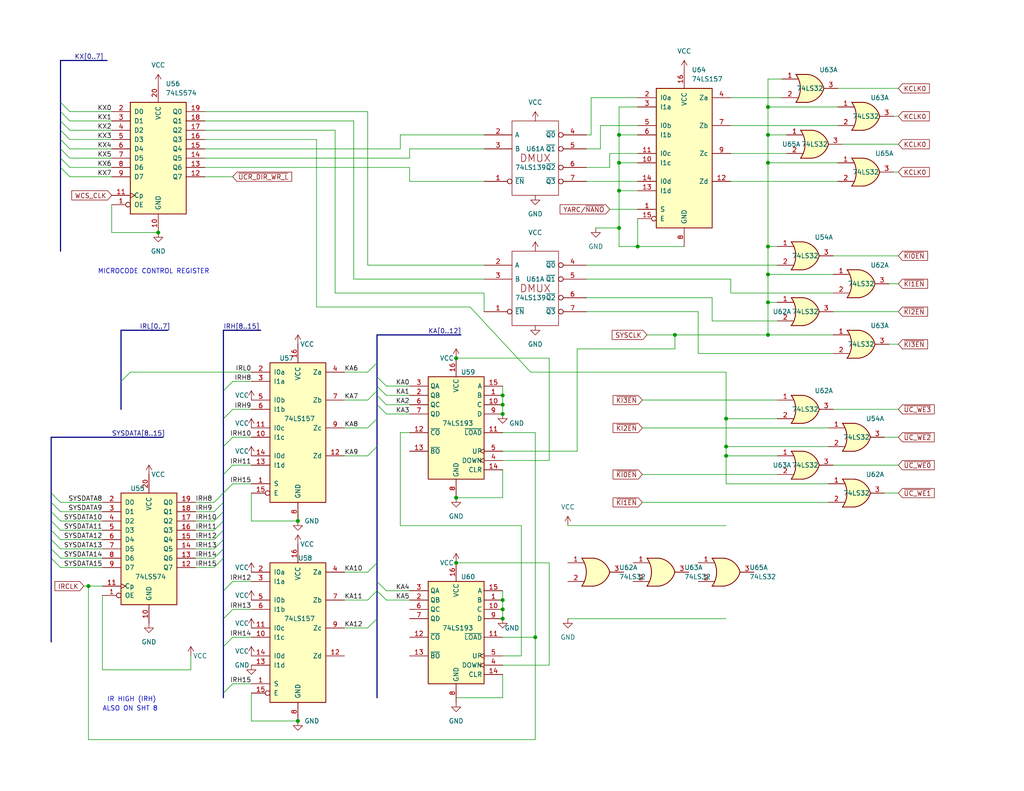
<source format=kicad_sch>
(kicad_sch (version 20211123) (generator eeschema)
  (paper "USLetter")
  (title_block (title "Microcode Control") (date "2022-07-05"))
  (lib_symbols
    (symbol "74xx:74LS157" (pin_names (offset 1.016))
      (property "Reference" "U" (at -7.62 19.05 0))
      (property "Value" "74LS157" (at -7.62 -21.59 0))
      (symbol "74LS157_1_0"
        (pin input line (at -12.7 -15.24 0) (length 5.08) (name "S") (number "1"))
        (pin input line (at -12.7 -2.54 0) (length 5.08) (name "I1c") (number "10"))
        (pin input line (at -12.7 0 0) (length 5.08) (name "I0c") (number "11"))
        (pin output line (at 12.7 -7.62 180) (length 5.08) (name "Zd") (number "12"))
        (pin input line (at -12.7 -10.16 0) (length 5.08) (name "I1d") (number "13"))
        (pin input line (at -12.7 -7.62 0) (length 5.08) (name "I0d") (number "14"))
        (pin input inverted (at -12.7 -17.78 0) (length 5.08) (name "E") (number "15"))
        (pin power_in line (at 0 22.86 270) (length 5.08) (name "VCC") (number "16"))
        (pin input line (at -12.7 15.24 0) (length 5.08) (name "I0a") (number "2"))
        (pin input line (at -12.7 12.7 0) (length 5.08) (name "I1a") (number "3"))
        (pin output line (at 12.7 15.24 180) (length 5.08) (name "Za") (number "4"))
        (pin input line (at -12.7 7.62 0) (length 5.08) (name "I0b") (number "5"))
        (pin input line (at -12.7 5.08 0) (length 5.08) (name "I1b") (number "6"))
        (pin output line (at 12.7 7.62 180) (length 5.08) (name "Zb") (number "7"))
        (pin power_in line (at 0 -25.4 90) (length 5.08) (name "GND") (number "8"))
        (pin output line (at 12.7 0 180) (length 5.08) (name "Zc") (number "9"))
      )
      (symbol "74LS157_1_1"
        (rectangle (start -7.62 17.78) (end 7.62 -20.32) (stroke (width 0.254)) (fill (type background)))
      )
    )
    (symbol "74xx:74LS193"
      (property "Reference" "U" (at -7.62 13.97 0))
      (property "Value" "74LS193" (at 5.08 13.97 0))
      (symbol "74LS193_1_0"
        (pin input line (at -12.7 7.62 0) (length 5.08) (name "B") (number "1"))
        (pin input line (at -12.7 5.08 0) (length 5.08) (name "C") (number "10"))
        (pin input line (at -12.7 -2.54 0) (length 5.08) (name "~{LOAD}") (number "11"))
        (pin output line (at 12.7 -2.54 180) (length 5.08) (name "~{CO}") (number "12"))
        (pin output line (at 12.7 -7.62 180) (length 5.08) (name "~{BO}") (number "13"))
        (pin input line (at -12.7 -12.7 0) (length 5.08) (name "CLR") (number "14"))
        (pin input line (at -12.7 10.16 0) (length 5.08) (name "A") (number "15"))
        (pin power_in line (at 0 17.78 270) (length 5.08) (name "VCC") (number "16"))
        (pin output line (at 12.7 7.62 180) (length 5.08) (name "QB") (number "2"))
        (pin output line (at 12.7 10.16 180) (length 5.08) (name "QA") (number "3"))
        (pin input clock (at -12.7 -10.16 0) (length 5.08) (name "DOWN") (number "4"))
        (pin input clock (at -12.7 -7.62 0) (length 5.08) (name "UP") (number "5"))
        (pin output line (at 12.7 5.08 180) (length 5.08) (name "QC") (number "6"))
        (pin output line (at 12.7 2.54 180) (length 5.08) (name "QD") (number "7"))
        (pin power_in line (at 0 -20.32 90) (length 5.08) (name "GND") (number "8"))
        (pin input line (at -12.7 2.54 0) (length 5.08) (name "D") (number "9"))
      )
      (symbol "74LS193_1_1"
        (rectangle (start -7.62 12.7) (end 7.62 -15.24) (stroke (width 0.254)) (fill (type background)))
      )
    )
    (symbol "74xx:74LS32" (pin_names (offset 1.016))
      (property "Reference" "U" (at 0 1.27 0))
      (property "Value" "74LS32" (at 0 -1.27 0))
      (symbol "74LS32_1_1"
        (arc (start -3.81 -3.81) (mid -2.589 0) (end -3.81 3.81) (stroke (width 0.254)))
        (arc (start -0.6096 -3.81) (mid 2.1855 -2.584) (end 3.81 0) (stroke (width 0.254)) (fill (type background)))
        (polyline (pts (xy -3.81 -3.81) (xy -0.635 -3.81)) (stroke (width 0.254)) (fill (type background)))
        (polyline (pts (xy -3.81 3.81) (xy -0.635 3.81)) (stroke (width 0.254)) (fill (type background)))
        (polyline (pts (xy -0.635 3.81) (xy -3.81 3.81) (xy -3.81 3.81) (xy -3.556 3.4036) (xy -3.0226 2.2606) (xy -2.6924 1.0414) (xy -2.6162 -0.254) (xy -2.7686 -1.4986) (xy -3.175 -2.7178) (xy -3.81 -3.81) (xy -3.81 -3.81) (xy -0.635 -3.81)) (stroke (width -25.4)) (fill (type background)))
        (arc (start 3.81 0) (mid 2.1928 2.5925) (end -0.6096 3.81) (stroke (width 0.254)) (fill (type background)))
        (pin input line (at -7.62 2.54 0) (length 4.318) (name "~") (number "1"))
        (pin input line (at -7.62 -2.54 0) (length 4.318) (name "~") (number "2"))
        (pin output line (at 7.62 0 180) (length 3.81) (name "~") (number "3"))
      )
      (symbol "74LS32_1_2"
        (arc (start 0 -3.81) (mid 3.81 0) (end 0 3.81) (stroke (width 0.254)) (fill (type background)))
        (polyline (pts (xy 0 3.81) (xy -3.81 3.81) (xy -3.81 -3.81) (xy 0 -3.81)) (stroke (width 0.254)) (fill (type background)))
        (pin input inverted (at -7.62 2.54 0) (length 3.81) (name "~") (number "1"))
        (pin input inverted (at -7.62 -2.54 0) (length 3.81) (name "~") (number "2"))
        (pin output inverted (at 7.62 0 180) (length 3.81) (name "~") (number "3"))
      )
      (symbol "74LS32_2_1"
        (arc (start -3.81 -3.81) (mid -2.589 0) (end -3.81 3.81) (stroke (width 0.254)))
        (arc (start -0.6096 -3.81) (mid 2.1855 -2.584) (end 3.81 0) (stroke (width 0.254)) (fill (type background)))
        (polyline (pts (xy -3.81 -3.81) (xy -0.635 -3.81)) (stroke (width 0.254)) (fill (type background)))
        (polyline (pts (xy -3.81 3.81) (xy -0.635 3.81)) (stroke (width 0.254)) (fill (type background)))
        (polyline (pts (xy -0.635 3.81) (xy -3.81 3.81) (xy -3.81 3.81) (xy -3.556 3.4036) (xy -3.0226 2.2606) (xy -2.6924 1.0414) (xy -2.6162 -0.254) (xy -2.7686 -1.4986) (xy -3.175 -2.7178) (xy -3.81 -3.81) (xy -3.81 -3.81) (xy -0.635 -3.81)) (stroke (width -25.4)) (fill (type background)))
        (arc (start 3.81 0) (mid 2.1928 2.5925) (end -0.6096 3.81) (stroke (width 0.254)) (fill (type background)))
        (pin input line (at -7.62 2.54 0) (length 4.318) (name "~") (number "4"))
        (pin input line (at -7.62 -2.54 0) (length 4.318) (name "~") (number "5"))
        (pin output line (at 7.62 0 180) (length 3.81) (name "~") (number "6"))
      )
      (symbol "74LS32_2_2"
        (arc (start 0 -3.81) (mid 3.81 0) (end 0 3.81) (stroke (width 0.254)) (fill (type background)))
        (polyline (pts (xy 0 3.81) (xy -3.81 3.81) (xy -3.81 -3.81) (xy 0 -3.81)) (stroke (width 0.254)) (fill (type background)))
        (pin input inverted (at -7.62 2.54 0) (length 3.81) (name "~") (number "4"))
        (pin input inverted (at -7.62 -2.54 0) (length 3.81) (name "~") (number "5"))
        (pin output inverted (at 7.62 0 180) (length 3.81) (name "~") (number "6"))
      )
      (symbol "74LS32_3_1"
        (arc (start -3.81 -3.81) (mid -2.589 0) (end -3.81 3.81) (stroke (width 0.254)))
        (arc (start -0.6096 -3.81) (mid 2.1855 -2.584) (end 3.81 0) (stroke (width 0.254)) (fill (type background)))
        (polyline (pts (xy -3.81 -3.81) (xy -0.635 -3.81)) (stroke (width 0.254)) (fill (type background)))
        (polyline (pts (xy -3.81 3.81) (xy -0.635 3.81)) (stroke (width 0.254)) (fill (type background)))
        (polyline (pts (xy -0.635 3.81) (xy -3.81 3.81) (xy -3.81 3.81) (xy -3.556 3.4036) (xy -3.0226 2.2606) (xy -2.6924 1.0414) (xy -2.6162 -0.254) (xy -2.7686 -1.4986) (xy -3.175 -2.7178) (xy -3.81 -3.81) (xy -3.81 -3.81) (xy -0.635 -3.81)) (stroke (width -25.4)) (fill (type background)))
        (arc (start 3.81 0) (mid 2.1928 2.5925) (end -0.6096 3.81) (stroke (width 0.254)) (fill (type background)))
        (pin input line (at -7.62 -2.54 0) (length 4.318) (name "~") (number "10"))
        (pin output line (at 7.62 0 180) (length 3.81) (name "~") (number "8"))
        (pin input line (at -7.62 2.54 0) (length 4.318) (name "~") (number "9"))
      )
      (symbol "74LS32_3_2"
        (arc (start 0 -3.81) (mid 3.81 0) (end 0 3.81) (stroke (width 0.254)) (fill (type background)))
        (polyline (pts (xy 0 3.81) (xy -3.81 3.81) (xy -3.81 -3.81) (xy 0 -3.81)) (stroke (width 0.254)) (fill (type background)))
        (pin input inverted (at -7.62 -2.54 0) (length 3.81) (name "~") (number "10"))
        (pin output inverted (at 7.62 0 180) (length 3.81) (name "~") (number "8"))
        (pin input inverted (at -7.62 2.54 0) (length 3.81) (name "~") (number "9"))
      )
      (symbol "74LS32_4_1"
        (arc (start -3.81 -3.81) (mid -2.589 0) (end -3.81 3.81) (stroke (width 0.254)))
        (arc (start -0.6096 -3.81) (mid 2.1855 -2.584) (end 3.81 0) (stroke (width 0.254)) (fill (type background)))
        (polyline (pts (xy -3.81 -3.81) (xy -0.635 -3.81)) (stroke (width 0.254)) (fill (type background)))
        (polyline (pts (xy -3.81 3.81) (xy -0.635 3.81)) (stroke (width 0.254)) (fill (type background)))
        (polyline (pts (xy -0.635 3.81) (xy -3.81 3.81) (xy -3.81 3.81) (xy -3.556 3.4036) (xy -3.0226 2.2606) (xy -2.6924 1.0414) (xy -2.6162 -0.254) (xy -2.7686 -1.4986) (xy -3.175 -2.7178) (xy -3.81 -3.81) (xy -3.81 -3.81) (xy -0.635 -3.81)) (stroke (width -25.4)) (fill (type background)))
        (arc (start 3.81 0) (mid 2.1928 2.5925) (end -0.6096 3.81) (stroke (width 0.254)) (fill (type background)))
        (pin output line (at 7.62 0 180) (length 3.81) (name "~") (number "11"))
        (pin input line (at -7.62 2.54 0) (length 4.318) (name "~") (number "12"))
        (pin input line (at -7.62 -2.54 0) (length 4.318) (name "~") (number "13"))
      )
      (symbol "74LS32_4_2"
        (arc (start 0 -3.81) (mid 3.81 0) (end 0 3.81) (stroke (width 0.254)) (fill (type background)))
        (polyline (pts (xy 0 3.81) (xy -3.81 3.81) (xy -3.81 -3.81) (xy 0 -3.81)) (stroke (width 0.254)) (fill (type background)))
        (pin output inverted (at 7.62 0 180) (length 3.81) (name "~") (number "11"))
        (pin input inverted (at -7.62 2.54 0) (length 3.81) (name "~") (number "12"))
        (pin input inverted (at -7.62 -2.54 0) (length 3.81) (name "~") (number "13"))
      )
      (symbol "74LS32_5_0"
        (pin power_in line (at 0 12.7 270) (length 5.08) (name "VCC") (number "14"))
        (pin power_in line (at 0 -12.7 90) (length 5.08) (name "GND") (number "7"))
      )
      (symbol "74LS32_5_1"
        (rectangle (start -5.08 7.62) (end 5.08 -7.62) (stroke (width 0.254)) (fill (type background)))
      )
    )
    (symbol "74xx:74LS574" (pin_names (offset 1.016))
      (property "Reference" "U" (at -7.62 16.51 0))
      (property "Value" "74LS574" (at -7.62 -16.51 0))
      (symbol "74LS574_1_0"
        (pin input inverted (at -12.7 -12.7 0) (length 5.08) (name "OE") (number "1"))
        (pin power_in line (at 0 -20.32 90) (length 5.08) (name "GND") (number "10"))
        (pin input clock (at -12.7 -10.16 0) (length 5.08) (name "Cp") (number "11"))
        (pin tri_state line (at 12.7 -5.08 180) (length 5.08) (name "Q7") (number "12"))
        (pin tri_state line (at 12.7 -2.54 180) (length 5.08) (name "Q6") (number "13"))
        (pin tri_state line (at 12.7 0 180) (length 5.08) (name "Q5") (number "14"))
        (pin tri_state line (at 12.7 2.54 180) (length 5.08) (name "Q4") (number "15"))
        (pin tri_state line (at 12.7 5.08 180) (length 5.08) (name "Q3") (number "16"))
        (pin tri_state line (at 12.7 7.62 180) (length 5.08) (name "Q2") (number "17"))
        (pin tri_state line (at 12.7 10.16 180) (length 5.08) (name "Q1") (number "18"))
        (pin tri_state line (at 12.7 12.7 180) (length 5.08) (name "Q0") (number "19"))
        (pin input line (at -12.7 12.7 0) (length 5.08) (name "D0") (number "2"))
        (pin power_in line (at 0 20.32 270) (length 5.08) (name "VCC") (number "20"))
        (pin input line (at -12.7 10.16 0) (length 5.08) (name "D1") (number "3"))
        (pin input line (at -12.7 7.62 0) (length 5.08) (name "D2") (number "4"))
        (pin input line (at -12.7 5.08 0) (length 5.08) (name "D3") (number "5"))
        (pin input line (at -12.7 2.54 0) (length 5.08) (name "D4") (number "6"))
        (pin input line (at -12.7 0 0) (length 5.08) (name "D5") (number "7"))
        (pin input line (at -12.7 -2.54 0) (length 5.08) (name "D6") (number "8"))
        (pin input line (at -12.7 -5.08 0) (length 5.08) (name "D7") (number "9"))
      )
      (symbol "74LS574_1_1"
        (rectangle (start -7.62 15.24) (end 7.62 -15.24) (stroke (width 0.254)) (fill (type background)))
      )
    )
    (symbol "74xx_IEEE:74LS139" (pin_names (offset 0.762))
      (property "Reference" "U" (at 6.35 11.43 0))
      (property "Value" "74LS139" (at 7.62 -11.43 0))
      (symbol "74LS139_0_0"
        (rectangle (start -6.35 10.16) (end 6.35 -10.16))
        (text "DMUX" (at 0 0 0) (effects (font (size 2.032 2.032))))
        (pin power_in line (at 0 10.16 270) (length 0) hide (name "VCC") (number "16"))
        (pin power_in line (at 0 -10.16 90) (length 0) hide (name "GND") (number "8"))
      )
      (symbol "74LS139_1_1"
        (pin input inverted (at -13.97 -6.35 0) (length 7.62) (name "~{EN}") (number "1"))
        (pin input line (at -13.97 6.35 0) (length 7.62) (name "A") (number "2"))
        (pin input line (at -13.97 2.54 0) (length 7.62) (name "B") (number "3"))
        (pin output inverted (at 13.97 6.35 180) (length 7.62) (name "~{Q0}") (number "4"))
        (pin output inverted (at 13.97 2.54 180) (length 7.62) (name "~{Q1}") (number "5"))
        (pin output inverted (at 13.97 -2.54 180) (length 7.62) (name "~{Q2}") (number "6"))
        (pin output inverted (at 13.97 -6.35 180) (length 7.62) (name "~{Q3}") (number "7"))
      )
      (symbol "74LS139_2_1"
        (pin output inverted (at 13.97 -2.54 180) (length 7.62) (name "~{Q2}") (number "10"))
        (pin output inverted (at 13.97 2.54 180) (length 7.62) (name "~{Q1}") (number "11"))
        (pin output inverted (at 13.97 6.35 180) (length 7.62) (name "~{Q0}") (number "12"))
        (pin input line (at -13.97 2.54 0) (length 7.62) (name "B") (number "13"))
        (pin input line (at -13.97 6.35 0) (length 7.62) (name "A") (number "14"))
        (pin input inverted (at -13.97 -6.35 0) (length 7.62) (name "~{EN}") (number "15"))
        (pin output inverted (at 13.97 -6.35 180) (length 7.62) (name "~{Q3}") (number "9"))
      )
    )
    (symbol "power:GND" (power) (pin_names (offset 0))
      (property "Value" "GND" (at 0 -3.81 0))
      (symbol "GND_0_1"
        (polyline (pts (xy 0 0) (xy 0 -1.27) (xy 1.27 -1.27) (xy 0 -2.54) (xy -1.27 -1.27) (xy 0 -1.27)))
      )
      (symbol "GND_1_1"
        (pin power_in line (at 0 0 270) (length 0) hide (name "GND") (number "1"))
      )
    )
    (symbol "power:VCC" (power) (pin_names (offset 0))
      (property "Value" "VCC" (at 0 3.81 0))
      (symbol "VCC_0_1"
        (polyline (pts (xy -0.762 1.27) (xy 0 2.54)))
        (polyline (pts (xy 0 0) (xy 0 2.54)))
        (polyline (pts (xy 0 2.54) (xy 0.762 1.27)))
      )
      (symbol "VCC_1_1"
        (pin power_in line (at 0 0 90) (length 0) hide (name "VCC") (number "1"))
      )
    )
  )
  (junction (at 209.55 44.45))
  (junction (at 198.12 114.3))
  (junction (at 137.16 163.83))
  (junction (at 168.91 44.45))
  (junction (at 198.12 121.92))
  (junction (at 168.91 62.23))
  (junction (at 137.16 107.95))
  (junction (at 124.46 153.67))
  (junction (at 43.18 63.5))
  (junction (at 173.99 67.31))
  (junction (at 184.15 91.44))
  (junction (at 137.16 110.49))
  (junction (at 209.55 91.44))
  (junction (at 146.05 173.99))
  (junction (at 124.46 97.79))
  (junction (at 168.91 52.07))
  (junction (at 209.55 74.93))
  (junction (at 137.16 168.91))
  (junction (at 24.13 160.02))
  (junction (at 137.16 113.03))
  (junction (at 209.55 82.55))
  (junction (at 198.12 124.46))
  (junction (at 137.16 166.37))
  (junction (at 209.55 36.83))
  (junction (at 124.46 135.89))
  (junction (at 81.28 196.85))
  (junction (at 209.55 67.31))
  (junction (at 209.55 29.21))
  (junction (at 81.28 142.24))
  (junction (at 168.91 36.83))
  (bus_entry (at 102.87 161.29) (size -2.54 2.54))
  (bus_entry (at 13.97 144.78) (size 2.54 2.54))
  (bus_entry (at 102.87 99.06) (size -2.54 2.54))
  (bus_entry (at 102.87 161.29) (size 2.54 2.54))
  (bus_entry (at 33.02 104.14) (size 2.54 -2.54))
  (bus_entry (at 16.51 27.94) (size 2.54 2.54))
  (bus_entry (at 13.97 139.7) (size 2.54 2.54))
  (bus_entry (at 13.97 142.24) (size 2.54 2.54))
  (bus_entry (at 60.96 129.54) (size 2.54 -2.54))
  (bus_entry (at 102.87 110.49) (size 2.54 2.54))
  (bus_entry (at 102.87 105.41) (size 2.54 2.54))
  (bus_entry (at 60.96 149.86) (size -2.54 2.54))
  (bus_entry (at 60.96 137.16) (size -2.54 2.54))
  (bus_entry (at 102.87 168.91) (size -2.54 2.54))
  (bus_entry (at 60.96 114.3) (size 2.54 -2.54))
  (bus_entry (at 13.97 134.62) (size 2.54 2.54))
  (bus_entry (at 60.96 106.68) (size 2.54 -2.54))
  (bus_entry (at 60.96 139.7) (size -2.54 2.54))
  (bus_entry (at 60.96 121.92) (size 2.54 -2.54))
  (bus_entry (at 13.97 152.4) (size 2.54 2.54))
  (bus_entry (at 102.87 158.75) (size 2.54 2.54))
  (bus_entry (at 102.87 153.67) (size -2.54 2.54))
  (bus_entry (at 102.87 107.95) (size 2.54 2.54))
  (bus_entry (at 13.97 147.32) (size 2.54 2.54))
  (bus_entry (at 102.87 114.3) (size -2.54 2.54))
  (bus_entry (at 60.96 189.23) (size 2.54 -2.54))
  (bus_entry (at 13.97 137.16) (size 2.54 2.54))
  (bus_entry (at 13.97 149.86) (size 2.54 2.54))
  (bus_entry (at 60.96 161.29) (size 2.54 -2.54))
  (bus_entry (at 102.87 102.87) (size 2.54 2.54))
  (bus_entry (at 60.96 134.62) (size 2.54 -2.54))
  (bus_entry (at 16.51 33.02) (size 2.54 2.54))
  (bus_entry (at 16.51 45.72) (size 2.54 2.54))
  (bus_entry (at 60.96 176.53) (size 2.54 -2.54))
  (bus_entry (at 16.51 43.18) (size 2.54 2.54))
  (bus_entry (at 60.96 168.91) (size 2.54 -2.54))
  (bus_entry (at 16.51 35.56) (size 2.54 2.54))
  (bus_entry (at 16.51 38.1) (size 2.54 2.54))
  (bus_entry (at 60.96 142.24) (size -2.54 2.54))
  (bus_entry (at 60.96 152.4) (size -2.54 2.54))
  (bus_entry (at 16.51 40.64) (size 2.54 2.54))
  (bus_entry (at 60.96 134.62) (size -2.54 2.54))
  (bus_entry (at 60.96 147.32) (size -2.54 2.54))
  (bus_entry (at 102.87 106.68) (size -2.54 2.54))
  (bus_entry (at 16.51 30.48) (size 2.54 2.54))
  (bus_entry (at 102.87 121.92) (size -2.54 2.54))
  (bus_entry (at 60.96 144.78) (size -2.54 2.54))
  (wire (pts (xy 52.07 179.07) (xy 52.07 182.88)))
  (bus (pts (xy 13.97 144.78) (xy 13.97 142.24)))
  (wire (pts (xy 16.51 139.7) (xy 27.94 139.7)))
  (wire (pts (xy 27.94 182.88) (xy 52.07 182.88)))
  (wire (pts (xy 100.33 124.46) (xy 93.98 124.46)))
  (wire (pts (xy 168.91 36.83) (xy 173.99 36.83)))
  (bus (pts (xy 13.97 149.86) (xy 13.97 147.32)))
  (wire (pts (xy 146.05 201.93) (xy 24.13 201.93)))
  (wire (pts (xy 58.42 142.24) (xy 53.34 142.24)))
  (wire (pts (xy 160.02 49.53) (xy 173.99 49.53)))
  (wire (pts (xy 166.37 41.91) (xy 173.99 41.91)))
  (wire (pts (xy 209.55 91.44) (xy 209.55 82.55)))
  (wire (pts (xy 63.5 173.99) (xy 68.58 173.99)))
  (wire (pts (xy 168.91 67.31) (xy 168.91 62.23)))
  (wire (pts (xy 198.12 101.6) (xy 198.12 114.3)))
  (wire (pts (xy 227.33 80.01) (xy 199.39 80.01)))
  (wire (pts (xy 55.88 33.02) (xy 96.52 33.02)))
  (wire (pts (xy 137.16 107.95) (xy 137.16 110.49)))
  (wire (pts (xy 146.05 173.99) (xy 137.16 173.99)))
  (wire (pts (xy 157.48 95.25) (xy 184.15 95.25)))
  (wire (pts (xy 63.5 158.75) (xy 68.58 158.75)))
  (wire (pts (xy 55.88 38.1) (xy 86.36 38.1)))
  (wire (pts (xy 209.55 44.45) (xy 209.55 36.83)))
  (wire (pts (xy 19.05 30.48) (xy 30.48 30.48)))
  (wire (pts (xy 241.3 134.62) (xy 245.11 134.62)))
  (wire (pts (xy 168.91 52.07) (xy 168.91 62.23)))
  (bus (pts (xy 60.96 152.4) (xy 60.96 161.29)))
  (wire (pts (xy 24.13 160.02) (xy 27.94 160.02)))
  (wire (pts (xy 22.86 160.02) (xy 24.13 160.02)))
  (bus (pts (xy 60.96 176.53) (xy 60.96 189.23)))
  (bus (pts (xy 102.87 168.91) (xy 102.87 190.5)))
  (bus (pts (xy 45.72 90.17) (xy 33.02 90.17)))
  (wire (pts (xy 173.99 29.21) (xy 168.91 29.21)))
  (wire (pts (xy 100.33 109.22) (xy 93.98 109.22)))
  (wire (pts (xy 160.02 76.2) (xy 199.39 76.2)))
  (bus (pts (xy 13.97 175.26) (xy 13.97 152.4)))
  (wire (pts (xy 213.36 21.59) (xy 209.55 21.59)))
  (bus (pts (xy 16.51 38.1) (xy 16.51 40.64)))
  (wire (pts (xy 227.33 74.93) (xy 209.55 74.93)))
  (wire (pts (xy 63.5 119.38) (xy 68.58 119.38)))
  (wire (pts (xy 100.33 116.84) (xy 93.98 116.84)))
  (wire (pts (xy 111.76 45.72) (xy 111.76 49.53)))
  (wire (pts (xy 149.86 153.67) (xy 124.46 153.67)))
  (wire (pts (xy 63.5 186.69) (xy 68.58 186.69)))
  (wire (pts (xy 228.6 44.45) (xy 209.55 44.45)))
  (wire (pts (xy 55.88 40.64) (xy 109.22 40.64)))
  (wire (pts (xy 105.41 105.41) (xy 111.76 105.41)))
  (bus (pts (xy 60.96 144.78) (xy 60.96 147.32)))
  (wire (pts (xy 137.16 166.37) (xy 137.16 163.83)))
  (wire (pts (xy 63.5 127) (xy 68.58 127)))
  (wire (pts (xy 63.5 166.37) (xy 68.58 166.37)))
  (wire (pts (xy 16.51 147.32) (xy 27.94 147.32)))
  (wire (pts (xy 111.76 40.64) (xy 132.08 40.64)))
  (bus (pts (xy 60.96 142.24) (xy 60.96 144.78)))
  (wire (pts (xy 137.16 105.41) (xy 137.16 107.95)))
  (wire (pts (xy 111.76 49.53) (xy 132.08 49.53)))
  (wire (pts (xy 63.5 104.14) (xy 68.58 104.14)))
  (wire (pts (xy 160.02 72.39) (xy 212.09 72.39)))
  (wire (pts (xy 160.02 45.72) (xy 166.37 45.72)))
  (wire (pts (xy 226.06 132.08) (xy 198.12 132.08)))
  (wire (pts (xy 168.91 29.21) (xy 168.91 36.83)))
  (wire (pts (xy 199.39 41.91) (xy 214.63 41.91)))
  (wire (pts (xy 19.05 38.1) (xy 30.48 38.1)))
  (wire (pts (xy 55.88 48.26) (xy 63.5 48.26)))
  (wire (pts (xy 137.16 125.73) (xy 149.86 125.73)))
  (wire (pts (xy 209.55 74.93) (xy 209.55 67.31)))
  (bus (pts (xy 13.97 152.4) (xy 13.97 149.86)))
  (bus (pts (xy 125.73 91.44) (xy 102.87 91.44)))
  (bus (pts (xy 33.02 104.14) (xy 33.02 111.76)))
  (wire (pts (xy 124.46 135.89) (xy 137.16 135.89)))
  (wire (pts (xy 19.05 33.02) (xy 30.48 33.02)))
  (wire (pts (xy 137.16 184.15) (xy 137.16 190.5)))
  (wire (pts (xy 132.08 85.09) (xy 132.08 80.01)))
  (wire (pts (xy 227.33 111.76) (xy 245.11 111.76)))
  (wire (pts (xy 58.42 147.32) (xy 53.34 147.32)))
  (wire (pts (xy 242.57 93.98) (xy 245.11 93.98)))
  (wire (pts (xy 149.86 125.73) (xy 149.86 97.79)))
  (wire (pts (xy 58.42 149.86) (xy 53.34 149.86)))
  (wire (pts (xy 137.16 168.91) (xy 137.16 166.37)))
  (wire (pts (xy 175.26 137.16) (xy 226.06 137.16)))
  (bus (pts (xy 60.96 161.29) (xy 60.96 168.91)))
  (wire (pts (xy 163.83 40.64) (xy 163.83 34.29)))
  (wire (pts (xy 19.05 48.26) (xy 30.48 48.26)))
  (wire (pts (xy 161.29 36.83) (xy 161.29 26.67)))
  (bus (pts (xy 60.96 139.7) (xy 60.96 142.24)))
  (wire (pts (xy 105.41 161.29) (xy 111.76 161.29)))
  (wire (pts (xy 175.26 109.22) (xy 212.09 109.22)))
  (bus (pts (xy 13.97 142.24) (xy 13.97 139.7)))
  (wire (pts (xy 24.13 201.93) (xy 24.13 160.02)))
  (wire (pts (xy 68.58 142.24) (xy 81.28 142.24)))
  (wire (pts (xy 209.55 82.55) (xy 209.55 74.93)))
  (wire (pts (xy 186.69 67.31) (xy 173.99 67.31)))
  (wire (pts (xy 109.22 118.11) (xy 109.22 143.51)))
  (wire (pts (xy 173.99 44.45) (xy 168.91 44.45)))
  (wire (pts (xy 86.36 38.1) (xy 86.36 83.82)))
  (wire (pts (xy 212.09 82.55) (xy 209.55 82.55)))
  (bus (pts (xy 102.87 91.44) (xy 102.87 99.06)))
  (wire (pts (xy 58.42 152.4) (xy 53.34 152.4)))
  (wire (pts (xy 86.36 83.82) (xy 128.27 83.82)))
  (wire (pts (xy 175.26 116.84) (xy 226.06 116.84)))
  (bus (pts (xy 102.87 161.29) (xy 102.87 168.91)))
  (wire (pts (xy 35.56 101.6) (xy 68.58 101.6)))
  (wire (pts (xy 137.16 123.19) (xy 157.48 123.19)))
  (wire (pts (xy 58.42 137.16) (xy 53.34 137.16)))
  (wire (pts (xy 96.52 76.2) (xy 132.08 76.2)))
  (wire (pts (xy 16.51 154.94) (xy 27.94 154.94)))
  (bus (pts (xy 60.96 121.92) (xy 60.96 129.54)))
  (wire (pts (xy 16.51 142.24) (xy 27.94 142.24)))
  (wire (pts (xy 105.41 107.95) (xy 111.76 107.95)))
  (wire (pts (xy 198.12 114.3) (xy 212.09 114.3)))
  (wire (pts (xy 154.94 143.51) (xy 198.12 143.51)))
  (bus (pts (xy 60.96 134.62) (xy 60.96 137.16)))
  (wire (pts (xy 228.6 24.13) (xy 245.11 24.13)))
  (bus (pts (xy 13.97 147.32) (xy 13.97 144.78)))
  (wire (pts (xy 111.76 43.18) (xy 111.76 40.64)))
  (wire (pts (xy 55.88 43.18) (xy 111.76 43.18)))
  (wire (pts (xy 198.12 121.92) (xy 198.12 114.3)))
  (wire (pts (xy 109.22 36.83) (xy 132.08 36.83)))
  (wire (pts (xy 242.57 77.47) (xy 245.11 77.47)))
  (wire (pts (xy 100.33 72.39) (xy 132.08 72.39)))
  (wire (pts (xy 160.02 40.64) (xy 163.83 40.64)))
  (wire (pts (xy 105.41 110.49) (xy 111.76 110.49)))
  (wire (pts (xy 142.24 179.07) (xy 137.16 179.07)))
  (wire (pts (xy 109.22 40.64) (xy 109.22 36.83)))
  (wire (pts (xy 105.41 163.83) (xy 111.76 163.83)))
  (wire (pts (xy 19.05 43.18) (xy 30.48 43.18)))
  (wire (pts (xy 144.78 101.6) (xy 198.12 101.6)))
  (bus (pts (xy 13.97 139.7) (xy 13.97 137.16)))
  (wire (pts (xy 142.24 143.51) (xy 142.24 179.07)))
  (wire (pts (xy 245.11 69.85) (xy 227.33 69.85)))
  (bus (pts (xy 102.87 107.95) (xy 102.87 110.49)))
  (wire (pts (xy 175.26 129.54) (xy 212.09 129.54)))
  (wire (pts (xy 199.39 49.53) (xy 228.6 49.53)))
  (bus (pts (xy 102.87 106.68) (xy 102.87 107.95)))
  (wire (pts (xy 137.16 161.29) (xy 137.16 163.83)))
  (wire (pts (xy 243.84 46.99) (xy 245.11 46.99)))
  (bus (pts (xy 60.96 147.32) (xy 60.96 149.86)))
  (wire (pts (xy 166.37 57.15) (xy 173.99 57.15)))
  (bus (pts (xy 29.21 16.51) (xy 16.51 16.51)))
  (bus (pts (xy 13.97 137.16) (xy 13.97 134.62)))
  (wire (pts (xy 100.33 163.83) (xy 93.98 163.83)))
  (wire (pts (xy 58.42 154.94) (xy 53.34 154.94)))
  (wire (pts (xy 137.16 110.49) (xy 137.16 113.03)))
  (wire (pts (xy 27.94 162.56) (xy 27.94 182.88)))
  (wire (pts (xy 137.16 181.61) (xy 149.86 181.61)))
  (wire (pts (xy 19.05 35.56) (xy 30.48 35.56)))
  (wire (pts (xy 184.15 91.44) (xy 209.55 91.44)))
  (bus (pts (xy 60.96 189.23) (xy 60.96 190.5)))
  (bus (pts (xy 102.87 153.67) (xy 102.87 158.75)))
  (wire (pts (xy 199.39 76.2) (xy 199.39 80.01)))
  (wire (pts (xy 209.55 44.45) (xy 209.55 67.31)))
  (wire (pts (xy 81.28 139.7) (xy 81.28 142.24)))
  (wire (pts (xy 229.87 39.37) (xy 245.11 39.37)))
  (wire (pts (xy 173.99 67.31) (xy 168.91 67.31)))
  (wire (pts (xy 157.48 123.19) (xy 157.48 95.25)))
  (wire (pts (xy 160.02 36.83) (xy 161.29 36.83)))
  (bus (pts (xy 16.51 33.02) (xy 16.51 35.56)))
  (wire (pts (xy 16.51 144.78) (xy 27.94 144.78)))
  (bus (pts (xy 60.96 149.86) (xy 60.96 152.4)))
  (wire (pts (xy 55.88 45.72) (xy 111.76 45.72)))
  (wire (pts (xy 68.58 189.23) (xy 68.58 196.85)))
  (wire (pts (xy 241.3 119.38) (xy 245.11 119.38)))
  (wire (pts (xy 30.48 63.5) (xy 43.18 63.5)))
  (wire (pts (xy 91.44 80.01) (xy 132.08 80.01)))
  (wire (pts (xy 168.91 44.45) (xy 168.91 36.83)))
  (bus (pts (xy 102.87 102.87) (xy 102.87 105.41)))
  (wire (pts (xy 227.33 127) (xy 245.11 127)))
  (wire (pts (xy 124.46 190.5) (xy 137.16 190.5)))
  (wire (pts (xy 111.76 118.11) (xy 109.22 118.11)))
  (bus (pts (xy 16.51 35.56) (xy 16.51 38.1)))
  (wire (pts (xy 214.63 36.83) (xy 209.55 36.83)))
  (wire (pts (xy 146.05 173.99) (xy 146.05 201.93)))
  (wire (pts (xy 16.51 137.16) (xy 27.94 137.16)))
  (wire (pts (xy 100.33 171.45) (xy 93.98 171.45)))
  (wire (pts (xy 163.83 34.29) (xy 173.99 34.29)))
  (bus (pts (xy 16.51 45.72) (xy 16.51 68.58)))
  (bus (pts (xy 16.51 43.18) (xy 16.51 45.72)))
  (wire (pts (xy 100.33 101.6) (xy 93.98 101.6)))
  (wire (pts (xy 166.37 45.72) (xy 166.37 41.91)))
  (bus (pts (xy 60.96 129.54) (xy 60.96 134.62)))
  (wire (pts (xy 58.42 139.7) (xy 53.34 139.7)))
  (wire (pts (xy 176.53 91.44) (xy 184.15 91.44)))
  (bus (pts (xy 16.51 16.51) (xy 16.51 27.94)))
  (wire (pts (xy 154.94 168.91) (xy 198.12 168.91)))
  (wire (pts (xy 16.51 149.86) (xy 27.94 149.86)))
  (wire (pts (xy 91.44 35.56) (xy 91.44 80.01)))
  (wire (pts (xy 184.15 95.25) (xy 184.15 91.44)))
  (bus (pts (xy 102.87 110.49) (xy 102.87 114.3)))
  (bus (pts (xy 102.87 99.06) (xy 102.87 102.87)))
  (wire (pts (xy 173.99 52.07) (xy 168.91 52.07)))
  (wire (pts (xy 161.29 26.67) (xy 173.99 26.67)))
  (bus (pts (xy 60.96 168.91) (xy 60.96 176.53)))
  (wire (pts (xy 128.27 83.82) (xy 144.78 101.6)))
  (wire (pts (xy 209.55 21.59) (xy 209.55 29.21)))
  (bus (pts (xy 60.96 137.16) (xy 60.96 139.7)))
  (wire (pts (xy 209.55 29.21) (xy 228.6 29.21)))
  (wire (pts (xy 19.05 40.64) (xy 30.48 40.64)))
  (bus (pts (xy 102.87 121.92) (xy 102.87 153.67)))
  (bus (pts (xy 60.96 90.17) (xy 60.96 106.68)))
  (bus (pts (xy 16.51 40.64) (xy 16.51 43.18)))
  (wire (pts (xy 160.02 85.09) (xy 190.5 85.09)))
  (wire (pts (xy 194.31 87.63) (xy 212.09 87.63)))
  (bus (pts (xy 60.96 106.68) (xy 60.96 114.3)))
  (wire (pts (xy 16.51 152.4) (xy 27.94 152.4)))
  (wire (pts (xy 146.05 118.11) (xy 146.05 173.99)))
  (wire (pts (xy 212.09 67.31) (xy 209.55 67.31)))
  (wire (pts (xy 55.88 30.48) (xy 100.33 30.48)))
  (wire (pts (xy 194.31 81.28) (xy 194.31 87.63)))
  (wire (pts (xy 243.84 31.75) (xy 245.11 31.75)))
  (wire (pts (xy 19.05 45.72) (xy 30.48 45.72)))
  (bus (pts (xy 102.87 158.75) (xy 102.87 161.29)))
  (bus (pts (xy 60.96 114.3) (xy 60.96 121.92)))
  (wire (pts (xy 68.58 134.62) (xy 68.58 142.24)))
  (wire (pts (xy 100.33 156.21) (xy 93.98 156.21)))
  (wire (pts (xy 137.16 135.89) (xy 137.16 128.27)))
  (wire (pts (xy 58.42 144.78) (xy 53.34 144.78)))
  (wire (pts (xy 137.16 118.11) (xy 146.05 118.11)))
  (wire (pts (xy 149.86 97.79) (xy 124.46 97.79)))
  (wire (pts (xy 199.39 34.29) (xy 228.6 34.29)))
  (wire (pts (xy 63.5 111.76) (xy 68.58 111.76)))
  (wire (pts (xy 96.52 33.02) (xy 96.52 76.2)))
  (wire (pts (xy 173.99 59.69) (xy 173.99 67.31)))
  (wire (pts (xy 30.48 55.88) (xy 30.48 63.5)))
  (wire (pts (xy 68.58 196.85) (xy 81.28 196.85)))
  (wire (pts (xy 162.56 62.23) (xy 168.91 62.23)))
  (bus (pts (xy 16.51 30.48) (xy 16.51 33.02)))
  (wire (pts (xy 100.33 30.48) (xy 100.33 72.39)))
  (wire (pts (xy 105.41 113.03) (xy 111.76 113.03)))
  (wire (pts (xy 160.02 81.28) (xy 194.31 81.28)))
  (wire (pts (xy 168.91 52.07) (xy 168.91 44.45)))
  (bus (pts (xy 60.96 90.17) (xy 71.12 90.17)))
  (wire (pts (xy 63.5 132.08) (xy 68.58 132.08)))
  (bus (pts (xy 33.02 90.17) (xy 33.02 104.14)))
  (wire (pts (xy 198.12 132.08) (xy 198.12 124.46)))
  (wire (pts (xy 190.5 96.52) (xy 227.33 96.52)))
  (bus (pts (xy 13.97 134.62) (xy 13.97 119.38)))
  (wire (pts (xy 212.09 124.46) (xy 198.12 124.46)))
  (bus (pts (xy 102.87 105.41) (xy 102.87 106.68)))
  (wire (pts (xy 227.33 85.09) (xy 245.11 85.09)))
  (bus (pts (xy 16.51 27.94) (xy 16.51 30.48)))
  (wire (pts (xy 199.39 26.67) (xy 213.36 26.67)))
  (wire (pts (xy 149.86 181.61) (xy 149.86 153.67)))
  (wire (pts (xy 198.12 124.46) (xy 198.12 121.92)))
  (bus (pts (xy 13.97 119.38) (xy 44.45 119.38)))
  (wire (pts (xy 55.88 35.56) (xy 91.44 35.56)))
  (wire (pts (xy 109.22 143.51) (xy 142.24 143.51)))
  (wire (pts (xy 226.06 121.92) (xy 198.12 121.92)))
  (wire (pts (xy 209.55 36.83) (xy 209.55 29.21)))
  (wire (pts (xy 227.33 91.44) (xy 209.55 91.44)))
  (bus (pts (xy 102.87 114.3) (xy 102.87 121.92)))
  (wire (pts (xy 190.5 85.09) (xy 190.5 96.52)))
  (text "IR HIGH (IRH)" (at 29.21 191.77 0) (effects (font (size 1.27 1.27)) (justify left bottom)))
  (text "ALSO ON SHT 8" (at 27.94 194.31 0) (effects (font (size 1.27 1.27)) (justify left bottom)))
  (text "MICROCODE CONTROL REGISTER\n" (at 26.67 74.93 0) (effects (font (size 1.27 1.27)) (justify left bottom)))
  (label "IRH13" (at 53.34 149.86 0))
  (label "KX1" (at 30.48 33.02 180))
  (label "KX2" (at 30.48 35.56 180))
  (label "KA5" (at 111.76 163.83 180))
  (label "KX5" (at 30.48 43.18 180))
  (label "KA[0..12]" (at 116.84 91.44 0))
  (label "KX6" (at 30.48 45.72 180))
  (label "IRH[8..15]" (at 60.96 90.17 0))
  (label "KA4" (at 111.76 161.29 180))
  (label "SYSDATA8" (at 27.94 137.16 180))
  (label "KX7" (at 30.48 48.26 180))
  (label "IRH14" (at 68.58 173.99 180))
  (label "KA1" (at 111.76 107.95 180))
  (label "KX4" (at 30.48 40.64 180))
  (label "IRH8" (at 53.34 137.16 0))
  (label "KA7" (at 93.98 109.22 0))
  (label "KA2" (at 111.76 110.49 180))
  (label "IRH15" (at 68.58 132.08 180))
  (label "KX0" (at 30.48 30.48 180))
  (label "KA3" (at 111.76 113.03 180))
  (label "SYSDATA11" (at 27.94 144.78 180))
  (label "SYSDATA13" (at 27.94 149.86 180))
  (label "KX[0..7]" (at 20.32 16.51 0))
  (label "KA11" (at 93.98 163.83 0))
  (label "IRH11" (at 68.58 127 180))
  (label "SYSDATA14" (at 27.94 152.4 180))
  (label "IRH15" (at 53.34 154.94 0))
  (label "KA10" (at 93.98 156.21 0))
  (label "IRH12" (at 68.58 158.75 180))
  (label "IRH13" (at 68.58 166.37 180))
  (label "IRH9" (at 53.34 139.7 0))
  (label "IRL[0..7]" (at 38.1 90.17 0))
  (label "IRH14" (at 53.34 152.4 0))
  (label "KA6" (at 93.98 101.6 0))
  (label "IRH10" (at 68.58 119.38 180))
  (label "SYSDATA9" (at 27.94 139.7 180))
  (label "IRH10" (at 53.34 142.24 0))
  (label "IRH12" (at 53.34 147.32 0))
  (label "KA9" (at 93.98 124.46 0))
  (label "IRH15" (at 68.58 186.69 180))
  (label "SYSDATA10" (at 27.94 142.24 180))
  (label "SYSDATA15" (at 27.94 154.94 180))
  (label "KA8" (at 93.98 116.84 0))
  (label "IRH11" (at 53.34 144.78 0))
  (label "IRH8" (at 68.58 104.14 180))
  (label "IRL0" (at 68.58 101.6 180))
  (label "SYSDATA12" (at 27.94 147.32 180))
  (label "IRH9" (at 68.58 111.76 180))
  (label "KA0" (at 111.76 105.41 180))
  (label "SYSDATA[8..15]" (at 30.48 119.38 0))
  (label "KA12" (at 93.98 171.45 0))
  (label "KX3" (at 30.48 38.1 180))
  (global_label "~{KI3EN}" (shape input) (at 175.26 109.22 180) (property "Intersheet References" "${INTERSHEET_REFS}" (effects hide)))
  (global_label "~{KI3EN}" (shape input) (at 245.11 93.98 0) (property "Intersheet References" "${INTERSHEET_REFS}" (effects hide)))
  (global_label "WCS_CLK" (shape input) (at 30.48 53.34 180) (property "Intersheet References" "${INTERSHEET_REFS}" (effects hide)))
  (global_label "~{KI1EN}" (shape input) (at 245.11 77.47 0) (property "Intersheet References" "${INTERSHEET_REFS}" (effects hide)))
  (global_label "KCLK0" (shape input) (at 245.11 39.37 0) (property "Intersheet References" "${INTERSHEET_REFS}" (effects hide)))
  (global_label "~{KI0EN}" (shape input) (at 245.11 69.85 0) (property "Intersheet References" "${INTERSHEET_REFS}" (effects hide)))
  (global_label "~{UC_WE2}" (shape input) (at 245.11 119.38 0) (property "Intersheet References" "${INTERSHEET_REFS}" (effects hide)))
  (global_label "~{KI2EN}" (shape input) (at 245.11 85.09 0) (property "Intersheet References" "${INTERSHEET_REFS}" (effects hide)))
  (global_label "~{UC_WE1}" (shape input) (at 245.11 134.62 0) (property "Intersheet References" "${INTERSHEET_REFS}" (effects hide)))
  (global_label "~{KI2EN}" (shape input) (at 175.26 116.84 180) (property "Intersheet References" "${INTERSHEET_REFS}" (effects hide)))
  (global_label "~{KI0EN}" (shape input) (at 175.26 129.54 180) (property "Intersheet References" "${INTERSHEET_REFS}" (effects hide)))
  (global_label "KCLK0" (shape input) (at 245.11 24.13 0) (property "Intersheet References" "${INTERSHEET_REFS}" (effects hide)))
  (global_label "KCLK0" (shape input) (at 245.11 31.75 0) (property "Intersheet References" "${INTERSHEET_REFS}" (effects hide)))
  (global_label "~{UC_WE3}" (shape input) (at 245.11 111.76 0) (property "Intersheet References" "${INTERSHEET_REFS}" (effects hide)))
  (global_label "IRCLK" (shape input) (at 22.86 160.02 180) (property "Intersheet References" "${INTERSHEET_REFS}" (effects hide)))
  (global_label "~{UCR_DIR_WR_L}" (shape input) (at 63.5 48.26 0) (property "Intersheet References" "${INTERSHEET_REFS}" (effects hide)))
  (global_label "~{UC_WE0}" (shape input) (at 245.11 127 0) (property "Intersheet References" "${INTERSHEET_REFS}" (effects hide)))
  (global_label "YARC{slash}~{NANO}" (shape input) (at 166.37 57.15 180) (property "Intersheet References" "${INTERSHEET_REFS}" (effects hide)))
  (global_label "SYSCLK" (shape input) (at 176.53 91.44 180) (property "Intersheet References" "${INTERSHEET_REFS}" (effects hide)))
  (global_label "KCLK0" (shape input) (at 245.11 46.99 0) (property "Intersheet References" "${INTERSHEET_REFS}" (effects hide)))
  (global_label "~{KI1EN}" (shape input) (at 175.26 137.16 180) (property "Intersheet References" "${INTERSHEET_REFS}" (effects hide)))
  (symbol (lib_id "74xx:74LS32") (at 222.25 39.37 0)
    (property "Reference" "U65" (at 215.9 39.37 0))
    (property "Value" "74LS32" (at 222.25 39.37 0))
    (property "Datasheet" "http://www.ti.com/lit/gpn/sn74LS32" (effects hide))
  )
  (symbol (lib_id "74xx:74LS157") (at 81.28 116.84 0)
    (property "Reference" "U57" (at 76.2 97.79 0) (effects (justify left)))
    (property "Value" "74LS157" (at 77.47 114.3 0) (effects (justify left)))
    (property "Datasheet" "http://www.ti.com/lit/gpn/sn74LS157" (effects hide))
  )
  (symbol (lib_id "power:VCC") (at 146.05 68.58 0)
    (property "Reference" "#PWR0120" (effects hide))
    (property "Value" "VCC" (at 146.05 63.5 0))
  )
  (symbol (lib_id "74xx:74LS32") (at 234.95 93.98 0)
    (property "Reference" "U63" (at 240.03 88.9 0))
    (property "Value" "74LS32" (at 234.95 93.98 0))
    (property "Datasheet" "http://www.ti.com/lit/gpn/sn74LS32" (effects hide))
  )
  (symbol (lib_id "power:VCC") (at 154.94 143.51 0)
    (property "Reference" "#PWR0122" (effects hide))
    (property "Value" "VCC" (at 154.94 138.43 0))
  )
  (symbol (lib_id "power:VCC") (at 81.28 93.98 0)
    (property "Reference" "#PWR089" (effects hide))
    (property "Value" "VCC" (at 83.82 93.98 0))
  )
  (symbol (lib_id "74xx:74LS32") (at 236.22 46.99 0)
    (property "Reference" "U65" (at 241.3 41.91 0))
    (property "Value" "74LS32" (at 236.22 46.99 0))
    (property "Datasheet" "http://www.ti.com/lit/gpn/sn74LS32" (effects hide))
  )
  (symbol (lib_id "power:GND") (at 137.16 113.03 0)
    (property "Reference" "#PWR097" (effects hide))
    (property "Value" "GND" (at 140.97 115.57 0))
  )
  (symbol (lib_id "power:GND") (at 146.05 88.9 0)
    (property "Reference" "#PWR0121" (effects hide))
    (property "Value" "GND" (at 146.05 93.98 0))
  )
  (symbol (lib_id "74xx:74LS32") (at 233.68 134.62 0)
    (property "Reference" "U62" (at 238.76 129.54 0))
    (property "Value" "74LS32" (at 233.68 134.62 0))
    (property "Datasheet" "http://www.ti.com/lit/gpn/sn74LS32" (effects hide))
  )
  (symbol (lib_id "74xx:74LS32") (at 180.34 156.21 0)
    (property "Reference" "U63" (at 186.69 154.9399 0) (effects (justify left)))
    (property "Value" "74LS32" (at 186.69 157.4799 0) (effects (justify left)))
    (property "Datasheet" "http://www.ti.com/lit/gpn/sn74LS32" (effects hide))
  )
  (symbol (lib_id "74xx:74LS32") (at 162.56 156.21 0)
    (property "Reference" "U62" (at 168.91 154.9399 0) (effects (justify left)))
    (property "Value" "74LS32" (at 168.91 157.4799 0) (effects (justify left)))
    (property "Datasheet" "http://www.ti.com/lit/gpn/sn74LS32" (effects hide))
  )
  (symbol (lib_id "74xx:74LS157") (at 186.69 41.91 0)
    (property "Reference" "U64" (at 188.7094 19.05 0) (effects (justify left)))
    (property "Value" "74LS157" (at 188.7094 21.59 0) (effects (justify left)))
    (property "Datasheet" "http://www.ti.com/lit/gpn/sn74LS157" (effects hide))
  )
  (symbol (lib_id "74xx:74LS574") (at 43.18 43.18 0)
    (property "Reference" "U56" (at 45.1994 22.86 0) (effects (justify left)))
    (property "Value" "74LS574" (at 45.1994 25.4 0) (effects (justify left)))
    (property "Datasheet" "http://www.ti.com/lit/gpn/sn74LS574" (effects hide))
  )
  (symbol (lib_id "power:VCC") (at 68.58 171.45 0)
    (property "Reference" "#PWR086" (effects hide))
    (property "Value" "VCC" (at 66.04 170.18 0))
  )
  (symbol (lib_id "power:GND") (at 81.28 142.24 0)
    (property "Reference" "#PWR090" (effects hide))
    (property "Value" "GND" (at 85.09 142.24 0))
  )
  (symbol (lib_id "power:VCC") (at 124.46 153.67 0)
    (property "Reference" "#PWR095" (effects hide))
    (property "Value" "VCC" (at 121.92 153.67 0))
  )
  (symbol (lib_id "74xx:74LS32") (at 236.22 31.75 0)
    (property "Reference" "U63" (at 240.03 26.67 0))
    (property "Value" "74LS32" (at 236.22 31.75 0))
    (property "Datasheet" "http://www.ti.com/lit/gpn/sn74LS32" (effects hide))
  )
  (symbol (lib_id "power:VCC") (at 68.58 156.21 0)
    (property "Reference" "#PWR084" (effects hide))
    (property "Value" "VCC" (at 66.04 154.94 0))
  )
  (symbol (lib_id "74xx:74LS193") (at 124.46 115.57 0) (mirror y)
    (property "Reference" "U59" (at 125.73 101.6 0) (effects (justify right)))
    (property "Value" "74LS193" (at 120.65 115.57 0) (effects (justify right)))
    (property "Datasheet" "http://www.ti.com/lit/ds/symlink/sn74ls193.pdf" (effects hide))
  )
  (symbol (lib_id "power:VCC") (at 68.58 109.22 0)
    (property "Reference" "#PWR081" (effects hide))
    (property "Value" "VCC" (at 66.04 107.95 0))
  )
  (symbol (lib_id "power:GND") (at 68.58 181.61 0)
    (property "Reference" "#PWR088" (effects hide))
    (property "Value" "GND" (at 66.04 181.61 0))
  )
  (symbol (lib_id "power:VCC") (at 146.05 33.02 0)
    (property "Reference" "#PWR099" (effects hide))
    (property "Value" "VCC" (at 146.05 27.94 0))
  )
  (symbol (lib_id "74xx:74LS32") (at 219.71 69.85 0)
    (property "Reference" "U54" (at 224.79 64.77 0))
    (property "Value" "74LS32" (at 219.71 69.85 0))
    (property "Datasheet" "http://www.ti.com/lit/gpn/sn74LS32" (effects hide))
  )
  (symbol (lib_id "power:GND") (at 124.46 191.77 0)
    (property "Reference" "#PWR096" (effects hide))
    (property "Value" "GND" (at 124.46 196.85 0))
  )
  (symbol (lib_id "power:VCC") (at 68.58 179.07 0)
    (property "Reference" "#PWR087" (effects hide))
    (property "Value" "VCC" (at 66.04 177.8 0))
  )
  (symbol (lib_id "power:VCC") (at 124.46 97.79 0)
    (property "Reference" "#PWR093" (effects hide))
    (property "Value" "VCC" (at 121.92 97.79 0))
  )
  (symbol (lib_id "power:GND") (at 162.56 62.23 0)
    (property "Reference" "#PWR0124" (effects hide))
    (property "Value" "GND" (at 162.56 67.31 0))
  )
  (symbol (lib_id "power:GND") (at 81.28 196.85 0)
    (property "Reference" "#PWR092" (effects hide))
    (property "Value" "GND" (at 85.09 196.85 0))
  )
  (symbol (lib_id "74xx:74LS193") (at 124.46 171.45 0) (mirror y)
    (property "Reference" "U60" (at 125.73 157.48 0) (effects (justify right)))
    (property "Value" "74LS193" (at 120.65 171.45 0) (effects (justify right)))
    (property "Datasheet" "http://www.ti.com/lit/ds/symlink/sn74ls193.pdf" (effects hide))
  )
  (symbol (lib_id "power:VCC") (at 68.58 163.83 0)
    (property "Reference" "#PWR085" (effects hide))
    (property "Value" "VCC" (at 66.04 162.56 0))
  )
  (symbol (lib_id "74xx:74LS32") (at 233.68 119.38 0)
    (property "Reference" "U54" (at 238.76 114.3 0))
    (property "Value" "74LS32" (at 233.68 119.38 0))
    (property "Datasheet" "http://www.ti.com/lit/gpn/sn74LS32" (effects hide))
  )
  (symbol (lib_id "power:GND") (at 43.18 63.5 0)
    (property "Reference" "#PWR079" (effects hide))
    (property "Value" "GND" (at 43.18 68.58 0))
  )
  (symbol (lib_id "74xx:74LS157") (at 81.28 171.45 0)
    (property "Reference" "U58" (at 81.28 152.4 0) (effects (justify left)))
    (property "Value" "74LS157" (at 77.47 168.91 0) (effects (justify left)))
    (property "Datasheet" "http://www.ti.com/lit/gpn/sn74LS157" (effects hide))
  )
  (symbol (lib_id "power:GND") (at 124.46 135.89 0)
    (property "Reference" "#PWR094" (effects hide))
    (property "Value" "GND" (at 124.46 140.97 0))
  )
  (symbol (lib_id "74xx:74LS32") (at 219.71 85.09 0)
    (property "Reference" "U62" (at 213.36 85.09 0))
    (property "Value" "74LS32" (at 219.71 85.09 0))
    (property "Datasheet" "http://www.ti.com/lit/gpn/sn74LS32" (effects hide))
  )
  (symbol (lib_id "power:VCC") (at 186.69 19.05 0)
    (property "Reference" "#PWR0125" (effects hide))
    (property "Value" "VCC" (at 186.69 13.97 0))
  )
  (symbol (lib_id "74xx_IEEE:74LS139") (at 146.05 78.74 0)
    (property "Reference" "U61" (at 146.05 76.2 0))
    (property "Value" "74LS139" (at 144.78 81.28 0))
    (property "Datasheet" "http://www.ti.com/lit/ds/symlink/sn74ls139a.pdf" (effects hide))
  )
  (symbol (lib_id "74xx:74LS32") (at 219.71 127 0)
    (property "Reference" "U63" (at 213.36 127 0))
    (property "Value" "74LS32" (at 219.71 127 0))
    (property "Datasheet" "http://www.ti.com/lit/gpn/sn74LS32" (effects hide))
  )
  (symbol (lib_id "74xx:74LS32") (at 220.98 24.13 0)
    (property "Reference" "U63" (at 226.06 19.05 0))
    (property "Value" "74LS32" (at 220.98 24.13 0))
    (property "Datasheet" "http://www.ti.com/lit/gpn/sn74LS32" (effects hide))
  )
  (symbol (lib_id "power:GND") (at 40.64 170.18 0)
    (property "Reference" "#PWR077" (effects hide))
    (property "Value" "GND" (at 40.64 175.26 0))
  )
  (symbol (lib_id "power:VCC") (at 81.28 148.59 0)
    (property "Reference" "#PWR091" (effects hide))
    (property "Value" "VCC" (at 83.82 148.59 0))
  )
  (symbol (lib_id "power:VCC") (at 68.58 124.46 0)
    (property "Reference" "#PWR083" (effects hide))
    (property "Value" "VCC" (at 66.04 123.19 0))
  )
  (symbol (lib_id "74xx_IEEE:74LS139") (at 146.05 43.18 0)
    (property "Reference" "U61" (at 146.05 40.64 0))
    (property "Value" "74LS139" (at 144.78 45.72 0))
    (property "Datasheet" "http://www.ti.com/lit/ds/symlink/sn74ls139a.pdf" (effects hide))
  )
  (symbol (lib_id "power:VCC") (at 52.07 179.07 0)
    (property "Reference" "#PWR080" (effects hide))
    (property "Value" "VCC" (at 54.61 179.07 0))
  )
  (symbol (lib_id "74xx:74LS32") (at 234.95 77.47 0)
    (property "Reference" "U62" (at 240.03 72.39 0))
    (property "Value" "74LS32" (at 234.95 77.47 0))
    (property "Datasheet" "http://www.ti.com/lit/gpn/sn74LS32" (effects hide))
  )
  (symbol (lib_id "74xx:74LS32") (at 219.71 111.76 0)
    (property "Reference" "U62" (at 224.79 106.68 0))
    (property "Value" "74LS32" (at 219.71 111.76 0))
    (property "Datasheet" "http://www.ti.com/lit/gpn/sn74LS32" (effects hide))
  )
  (symbol (lib_id "power:VCC") (at 40.64 129.54 0)
    (property "Reference" "#PWR076" (effects hide))
    (property "Value" "VCC" (at 43.18 129.54 0))
  )
  (symbol (lib_id "power:VCC") (at 43.18 22.86 0)
    (property "Reference" "#PWR078" (effects hide))
    (property "Value" "VCC" (at 43.18 17.78 0))
  )
  (symbol (lib_id "74xx:74LS574") (at 40.64 149.86 0)
    (property "Reference" "U55" (at 35.56 133.35 0) (effects (justify left)))
    (property "Value" "74LS574" (at 36.83 157.48 0) (effects (justify left)))
    (property "Datasheet" "http://www.ti.com/lit/gpn/sn74LS574" (effects hide))
  )
  (symbol (lib_id "power:VCC") (at 68.58 116.84 0)
    (property "Reference" "#PWR082" (effects hide))
    (property "Value" "VCC" (at 66.04 115.57 0))
  )
  (symbol (lib_id "power:GND") (at 146.05 53.34 0)
    (property "Reference" "#PWR0100" (effects hide))
    (property "Value" "GND" (at 146.05 58.42 0))
  )
  (symbol (lib_id "power:GND") (at 137.16 168.91 0)
    (property "Reference" "#PWR098" (effects hide))
    (property "Value" "GND" (at 139.7 171.45 0))
  )
  (symbol (lib_id "power:GND") (at 154.94 168.91 0)
    (property "Reference" "#PWR0123" (effects hide))
    (property "Value" "GND" (at 154.94 173.99 0))
  )
  (symbol (lib_id "74xx:74LS32") (at 198.12 156.21 0)
    (property "Reference" "U65" (at 204.47 154.9399 0) (effects (justify left)))
    (property "Value" "74LS32" (at 204.47 157.4799 0) (effects (justify left)))
    (property "Datasheet" "http://www.ti.com/lit/gpn/sn74LS32" (effects hide))
  )
)
</source>
